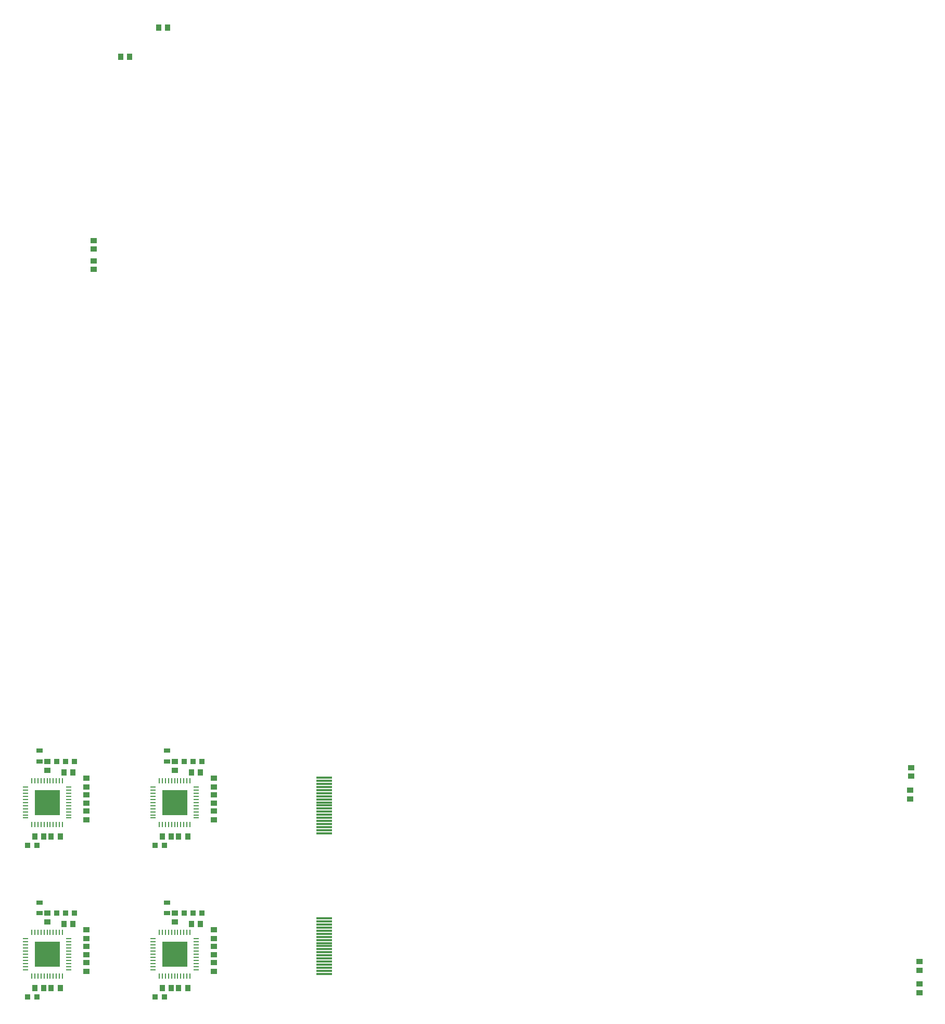
<source format=gtp>
G04*
G04 #@! TF.GenerationSoftware,Altium Limited,Altium Designer,20.0.14 (345)*
G04*
G04 Layer_Color=8421504*
%FSLAX43Y43*%
%MOMM*%
G71*
G01*
G75*
%ADD10R,1.050X0.900*%
%ADD15R,2.600X0.300*%
%ADD18R,0.900X1.050*%
%ADD21R,1.050X0.650*%
%ADD22R,0.900X0.250*%
%ADD23R,0.250X0.900*%
%ADD24R,4.100X4.100*%
%ADD25R,0.950X1.050*%
%ADD26R,1.050X0.950*%
%ADD27R,0.950X0.950*%
D10*
X147379Y35417D02*
D03*
Y34017D02*
D03*
X147506Y39100D02*
D03*
Y37700D02*
D03*
X148903Y6139D02*
D03*
Y7539D02*
D03*
Y2521D02*
D03*
Y3921D02*
D03*
X14504Y123373D02*
D03*
Y124773D02*
D03*
Y120071D02*
D03*
Y121471D02*
D03*
X34044Y8648D02*
D03*
Y10048D02*
D03*
Y11315D02*
D03*
Y12715D02*
D03*
Y5981D02*
D03*
Y7381D02*
D03*
Y33290D02*
D03*
Y34690D02*
D03*
Y35957D02*
D03*
Y37357D02*
D03*
Y30623D02*
D03*
Y32023D02*
D03*
X13296Y8648D02*
D03*
Y10048D02*
D03*
Y11315D02*
D03*
Y12715D02*
D03*
Y5981D02*
D03*
Y7381D02*
D03*
Y33290D02*
D03*
Y34690D02*
D03*
Y35957D02*
D03*
Y37357D02*
D03*
Y30623D02*
D03*
Y32023D02*
D03*
D15*
X52022Y14581D02*
D03*
Y14081D02*
D03*
Y13581D02*
D03*
Y13081D02*
D03*
Y12581D02*
D03*
Y12081D02*
D03*
Y11581D02*
D03*
Y11081D02*
D03*
Y10581D02*
D03*
Y10081D02*
D03*
Y9581D02*
D03*
Y9081D02*
D03*
Y8581D02*
D03*
Y8081D02*
D03*
Y7581D02*
D03*
Y7081D02*
D03*
Y6581D02*
D03*
Y6081D02*
D03*
Y5581D02*
D03*
Y37441D02*
D03*
Y36941D02*
D03*
Y36441D02*
D03*
Y35941D02*
D03*
Y35441D02*
D03*
Y34941D02*
D03*
Y34441D02*
D03*
Y33941D02*
D03*
Y33441D02*
D03*
Y32941D02*
D03*
Y32441D02*
D03*
Y31941D02*
D03*
Y31441D02*
D03*
Y30941D02*
D03*
Y30441D02*
D03*
Y29941D02*
D03*
Y29441D02*
D03*
Y28941D02*
D03*
Y28441D02*
D03*
D18*
X20349Y154680D02*
D03*
X18949D02*
D03*
X26507Y159379D02*
D03*
X25107D02*
D03*
D21*
X26424Y15483D02*
D03*
Y17183D02*
D03*
Y40125D02*
D03*
Y41825D02*
D03*
X5676Y15483D02*
D03*
Y17183D02*
D03*
Y40125D02*
D03*
Y41825D02*
D03*
D22*
X24144Y6261D02*
D03*
Y6761D02*
D03*
Y7261D02*
D03*
Y7761D02*
D03*
Y8261D02*
D03*
Y8761D02*
D03*
Y9261D02*
D03*
Y9761D02*
D03*
Y10261D02*
D03*
Y10761D02*
D03*
Y11261D02*
D03*
X31244D02*
D03*
Y10761D02*
D03*
Y10261D02*
D03*
Y9761D02*
D03*
Y9261D02*
D03*
Y8761D02*
D03*
Y8261D02*
D03*
Y7761D02*
D03*
Y7261D02*
D03*
Y6761D02*
D03*
Y6261D02*
D03*
X24144Y30903D02*
D03*
Y31403D02*
D03*
Y31903D02*
D03*
Y32403D02*
D03*
Y32903D02*
D03*
Y33403D02*
D03*
Y33903D02*
D03*
Y34403D02*
D03*
Y34903D02*
D03*
Y35403D02*
D03*
Y35903D02*
D03*
X31244D02*
D03*
Y35403D02*
D03*
Y34903D02*
D03*
Y34403D02*
D03*
Y33903D02*
D03*
Y33403D02*
D03*
Y32903D02*
D03*
Y32403D02*
D03*
Y31903D02*
D03*
Y31403D02*
D03*
Y30903D02*
D03*
X3396Y6261D02*
D03*
Y6761D02*
D03*
Y7261D02*
D03*
Y7761D02*
D03*
Y8261D02*
D03*
Y8761D02*
D03*
Y9261D02*
D03*
Y9761D02*
D03*
Y10261D02*
D03*
Y10761D02*
D03*
Y11261D02*
D03*
X10496D02*
D03*
Y10761D02*
D03*
Y10261D02*
D03*
Y9761D02*
D03*
Y9261D02*
D03*
Y8761D02*
D03*
Y8261D02*
D03*
Y7761D02*
D03*
Y7261D02*
D03*
Y6761D02*
D03*
Y6261D02*
D03*
X3396Y30903D02*
D03*
Y31403D02*
D03*
Y31903D02*
D03*
Y32403D02*
D03*
Y32903D02*
D03*
Y33403D02*
D03*
Y33903D02*
D03*
Y34403D02*
D03*
Y34903D02*
D03*
Y35403D02*
D03*
Y35903D02*
D03*
X10496D02*
D03*
Y35403D02*
D03*
Y34903D02*
D03*
Y34403D02*
D03*
Y33903D02*
D03*
Y33403D02*
D03*
Y32903D02*
D03*
Y32403D02*
D03*
Y31903D02*
D03*
Y31403D02*
D03*
Y30903D02*
D03*
D23*
X25194Y12311D02*
D03*
X25694D02*
D03*
X26194D02*
D03*
X26694D02*
D03*
X27194D02*
D03*
X27694D02*
D03*
X28194D02*
D03*
X28694D02*
D03*
X29194D02*
D03*
X29694D02*
D03*
X30194D02*
D03*
Y5211D02*
D03*
X25194D02*
D03*
X29694D02*
D03*
X29194D02*
D03*
X28694D02*
D03*
X28194D02*
D03*
X27694D02*
D03*
X25694D02*
D03*
X26194D02*
D03*
X26694D02*
D03*
X27194D02*
D03*
X25194Y36953D02*
D03*
X25694D02*
D03*
X26194D02*
D03*
X26694D02*
D03*
X27194D02*
D03*
X27694D02*
D03*
X28194D02*
D03*
X28694D02*
D03*
X29194D02*
D03*
X29694D02*
D03*
X30194D02*
D03*
Y29853D02*
D03*
X25194D02*
D03*
X29694D02*
D03*
X29194D02*
D03*
X28694D02*
D03*
X28194D02*
D03*
X27694D02*
D03*
X25694D02*
D03*
X26194D02*
D03*
X26694D02*
D03*
X27194D02*
D03*
X4446Y12311D02*
D03*
X4946D02*
D03*
X5446D02*
D03*
X5946D02*
D03*
X6446D02*
D03*
X6946D02*
D03*
X7446D02*
D03*
X7946D02*
D03*
X8446D02*
D03*
X8946D02*
D03*
X9446D02*
D03*
Y5211D02*
D03*
X4446D02*
D03*
X8946D02*
D03*
X8446D02*
D03*
X7946D02*
D03*
X7446D02*
D03*
X6946D02*
D03*
X4946D02*
D03*
X5446D02*
D03*
X5946D02*
D03*
X6446D02*
D03*
X4446Y36953D02*
D03*
X4946D02*
D03*
X5446D02*
D03*
X5946D02*
D03*
X6446D02*
D03*
X6946D02*
D03*
X7446D02*
D03*
X7946D02*
D03*
X8446D02*
D03*
X8946D02*
D03*
X9446D02*
D03*
Y29853D02*
D03*
X4446D02*
D03*
X8946D02*
D03*
X8446D02*
D03*
X7946D02*
D03*
X7446D02*
D03*
X6946D02*
D03*
X4946D02*
D03*
X5446D02*
D03*
X5946D02*
D03*
X6446D02*
D03*
D24*
X27694Y8761D02*
D03*
Y33403D02*
D03*
X6946Y8761D02*
D03*
Y33403D02*
D03*
D25*
X25699Y3252D02*
D03*
X27149D02*
D03*
X29816D02*
D03*
X28366D02*
D03*
X30435Y13666D02*
D03*
X31885D02*
D03*
X25699Y27894D02*
D03*
X27149D02*
D03*
X29816D02*
D03*
X28366D02*
D03*
X30435Y38308D02*
D03*
X31885D02*
D03*
X4951Y3252D02*
D03*
X6401D02*
D03*
X9068D02*
D03*
X7618D02*
D03*
X9687Y13666D02*
D03*
X11137D02*
D03*
X4951Y27894D02*
D03*
X6401D02*
D03*
X9068D02*
D03*
X7618D02*
D03*
X9687Y38308D02*
D03*
X11137D02*
D03*
D26*
X27694Y15444D02*
D03*
Y13994D02*
D03*
Y40086D02*
D03*
Y38636D02*
D03*
X6946Y15444D02*
D03*
Y13994D02*
D03*
Y40086D02*
D03*
Y38636D02*
D03*
D27*
X26006Y1855D02*
D03*
X24556D02*
D03*
X32139Y15444D02*
D03*
X30689D02*
D03*
X30688D02*
D03*
X29238D02*
D03*
X26006Y26497D02*
D03*
X24556D02*
D03*
X32139Y40086D02*
D03*
X30689D02*
D03*
X30688D02*
D03*
X29238D02*
D03*
X5258Y1855D02*
D03*
X3808D02*
D03*
X11391Y15444D02*
D03*
X9941D02*
D03*
X9940D02*
D03*
X8490D02*
D03*
X5258Y26497D02*
D03*
X3808D02*
D03*
X11391Y40086D02*
D03*
X9941D02*
D03*
X9940D02*
D03*
X8490D02*
D03*
M02*

</source>
